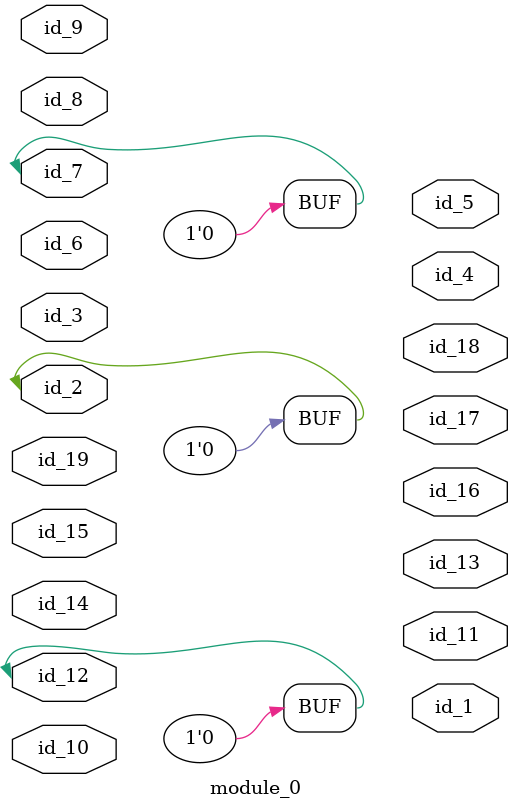
<source format=v>
module module_0 (
    id_1,
    id_2,
    id_3,
    id_4,
    id_5,
    id_6,
    id_7,
    id_8,
    id_9,
    id_10,
    id_11,
    id_12,
    id_13,
    id_14,
    id_15,
    id_16,
    id_17,
    id_18,
    id_19
);
  inout id_19;
  output id_18;
  output id_17;
  output id_16;
  input id_15;
  inout id_14;
  output id_13;
  inout id_12;
  output id_11;
  inout id_10;
  input id_9;
  input id_8;
  input id_7;
  inout id_6;
  output id_5;
  output id_4;
  inout id_3;
  inout id_2;
  output id_1;
  assign id_12 = 1 != 1;
  assign {~id_15, id_2, 1, id_7} = id_12;
endmodule

</source>
